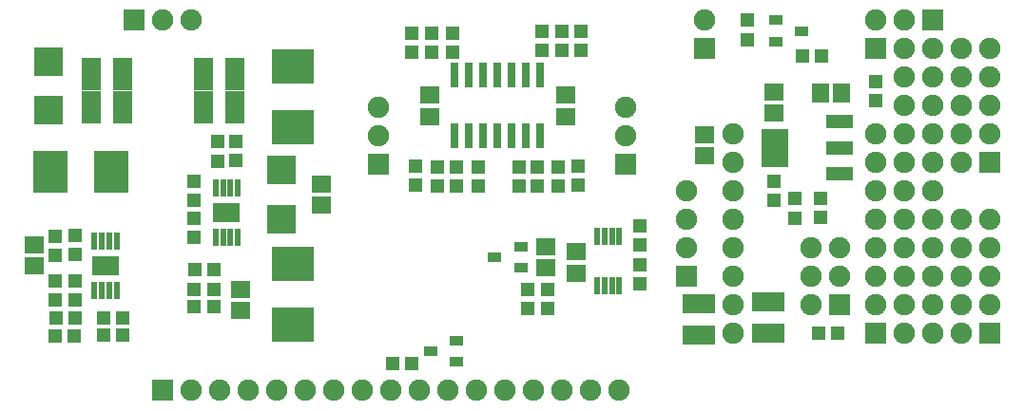
<source format=gts>
G04 DipTrace 2.4.0.2*
%INTopMask.gbr*%
%MOIN*%
%ADD43R,0.0316X0.0867*%
%ADD45R,0.0926X0.136*%
%ADD47R,0.0926X0.0454*%
%ADD49R,0.0946X0.0671*%
%ADD51R,0.0237X0.0631*%
%ADD53R,0.0493X0.0336*%
%ADD55R,0.1458X0.1241*%
%ADD57R,0.1241X0.1458*%
%ADD59C,0.0749*%
%ADD61R,0.0749X0.0749*%
%ADD63R,0.1025X0.1025*%
%ADD65R,0.1143X0.071*%
%ADD67R,0.0592X0.0671*%
%ADD69R,0.0513X0.0474*%
%ADD71R,0.071X0.1143*%
%ADD73R,0.0474X0.0513*%
%ADD75R,0.0671X0.0592*%
%FSLAX44Y44*%
G04*
G70*
G90*
G75*
G01*
%LNTopMask*%
%LPD*%
D75*
X5441Y10066D3*
Y9318D3*
D73*
X6878Y10378D3*
Y9709D3*
D71*
X7441Y14879D3*
X8543D3*
X7441Y16066D3*
X8543D3*
D69*
X8566Y6878D3*
X7897D3*
D73*
X6191Y8110D3*
Y8779D3*
X6878Y8128D3*
Y8797D3*
D75*
X12691Y8503D3*
Y7755D3*
D73*
X11879Y13003D3*
Y13673D3*
D75*
X15504Y11441D3*
Y12189D3*
D71*
X11379Y14879D3*
X12481D3*
X11379Y16066D3*
X12481D3*
D73*
X11066Y10316D3*
Y10985D3*
D69*
Y7878D3*
X11736D3*
X11754Y9191D3*
X11085D3*
D67*
X33752Y15377D3*
X33003D3*
D75*
X31377Y14690D3*
Y15438D3*
D73*
X32127Y11672D3*
Y11002D3*
X19567Y12129D3*
Y12798D3*
D75*
X24443Y9065D3*
Y9814D3*
X23380Y9253D3*
Y10001D3*
D73*
X23817Y12129D3*
Y12798D3*
X19380Y16816D3*
Y17486D3*
X23943Y16897D3*
Y17566D3*
D75*
X19317Y14566D3*
Y15314D3*
X24067Y14566D3*
Y15314D3*
X28940Y13190D3*
Y13938D3*
D65*
X28753Y6878D3*
Y7980D3*
X31190Y6940D3*
Y8042D3*
D63*
X5941Y16504D3*
Y14772D3*
X14129Y10941D3*
Y12673D3*
D61*
X36940Y17940D3*
D59*
X35940D3*
X36940Y16940D3*
X35940D3*
X36940Y15940D3*
X35940D3*
X36940Y14940D3*
X35940D3*
X36940Y13940D3*
X35940D3*
X36940Y12940D3*
X35940D3*
X36940Y11940D3*
X35940D3*
X36940Y10940D3*
X35940D3*
X36940Y9940D3*
X35940D3*
X36940Y8940D3*
X35940D3*
X36940Y7940D3*
X35940D3*
X36940Y6940D3*
X35940D3*
D61*
X33690Y7940D3*
D59*
X32690D3*
X33690Y8940D3*
X32690D3*
X33690Y9940D3*
X32690D3*
D61*
X38940Y6940D3*
D59*
X37940D3*
X38940Y7940D3*
X37940D3*
X38940Y8940D3*
X37940D3*
X38940Y9940D3*
X37940D3*
X38940Y10940D3*
X37940D3*
D61*
X38940Y12940D3*
D59*
X37940D3*
X38940Y13940D3*
X37940D3*
X38940Y14940D3*
X37940D3*
X38940Y15940D3*
X37940D3*
X38940Y16940D3*
X37940D3*
D61*
X8940Y17940D3*
D59*
X9940D3*
X10940D3*
D61*
X17504Y12878D3*
D59*
Y13878D3*
Y14878D3*
D61*
X26192Y12879D3*
D59*
Y13879D3*
Y14879D3*
D61*
X34940Y16940D3*
D59*
Y17940D3*
D61*
X28940Y16940D3*
D59*
Y17940D3*
D61*
X28318Y8941D3*
D59*
Y9941D3*
Y10941D3*
Y11941D3*
D57*
X6003Y12628D3*
X8149D3*
D55*
X14504Y7253D3*
Y9399D3*
Y14191D3*
Y16336D3*
D53*
X31440Y17940D3*
Y17192D3*
X32346Y17566D3*
X20255Y5940D3*
Y6688D3*
X19349Y6314D3*
D69*
X8566Y7503D3*
X7897D3*
X6191Y6860D3*
X6860D3*
X6878Y7485D3*
X6209D3*
D73*
X6191Y9690D3*
Y10360D3*
X12504Y13691D3*
Y13022D3*
X11066Y11628D3*
Y12298D3*
D69*
Y8503D3*
X11736D3*
D73*
X31377Y11628D3*
Y12297D3*
X33002Y11021D3*
Y11690D3*
X30440Y17940D3*
Y17271D3*
D69*
X32378Y16690D3*
X33047D3*
D73*
X34940Y15127D3*
Y15797D3*
X22755Y8503D3*
Y7834D3*
X23443Y8503D3*
Y7834D3*
X26693Y10066D3*
Y10735D3*
Y8690D3*
Y9360D3*
X21005Y12129D3*
Y12798D3*
X20255Y12129D3*
Y12798D3*
X18817Y12816D3*
Y12147D3*
X22442Y12129D3*
Y12798D3*
X23067Y12129D3*
Y12798D3*
X24505Y12816D3*
Y12147D3*
X20130Y17504D3*
Y16835D3*
X18692Y16816D3*
Y17486D3*
X23255Y17548D3*
Y16879D3*
X24630D3*
Y17548D3*
D69*
X18692Y5878D3*
X18023D3*
X32940Y6940D3*
X33609D3*
D51*
X7566Y8440D3*
X7822D3*
X8078D3*
X8334D3*
Y10173D3*
X8078D3*
X7822D3*
X7566D3*
D49*
X7950Y9307D3*
D51*
X11816Y10316D3*
X12072D3*
X12328D3*
X12584D3*
Y12048D3*
X12328D3*
X12072D3*
X11816D3*
D49*
X12200Y11182D3*
D47*
X33690Y12565D3*
Y13471D3*
Y14376D3*
D45*
X31407Y13471D3*
D51*
X25193Y8628D3*
X25449D3*
X25705D3*
X25960D3*
Y10360D3*
X25705D3*
X25449D3*
X25193D3*
D53*
X22505Y9253D3*
Y10001D3*
X21599Y9627D3*
D43*
X20192Y13879D3*
X20692D3*
X21192D3*
X21692D3*
X22192D3*
X22692D3*
X23192D3*
Y16005D3*
X22692D3*
X22192D3*
X21692D3*
X21192D3*
X20692D3*
X20192D3*
D61*
X9940Y4940D3*
D59*
X10940D3*
X11940D3*
X12940D3*
X13940D3*
X14940D3*
X15940D3*
X16940D3*
X17940D3*
X18940D3*
X19940D3*
X20940D3*
X21940D3*
X22940D3*
X23940D3*
X24940D3*
X25940D3*
D61*
X34940Y6940D3*
D59*
Y7940D3*
Y8940D3*
Y9940D3*
Y10940D3*
Y11940D3*
Y12940D3*
Y13940D3*
X29940Y6940D3*
Y7940D3*
Y8940D3*
Y9940D3*
Y10940D3*
Y11940D3*
Y12940D3*
Y13940D3*
M02*

</source>
